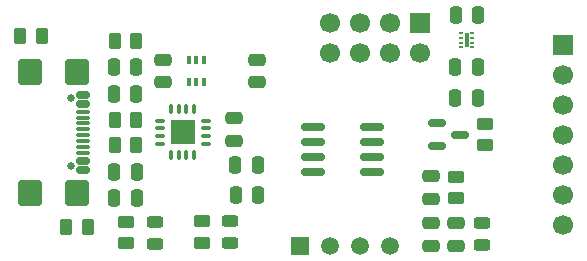
<source format=gbr>
%TF.GenerationSoftware,KiCad,Pcbnew,9.0.2*%
%TF.CreationDate,2025-07-27T21:59:35+02:00*%
%TF.ProjectId,USB-RS485_FT230,5553422d-5253-4343-9835-5f4654323330,rev?*%
%TF.SameCoordinates,Original*%
%TF.FileFunction,Soldermask,Top*%
%TF.FilePolarity,Negative*%
%FSLAX46Y46*%
G04 Gerber Fmt 4.6, Leading zero omitted, Abs format (unit mm)*
G04 Created by KiCad (PCBNEW 9.0.2) date 2025-07-27 21:59:35*
%MOMM*%
%LPD*%
G01*
G04 APERTURE LIST*
G04 Aperture macros list*
%AMRoundRect*
0 Rectangle with rounded corners*
0 $1 Rounding radius*
0 $2 $3 $4 $5 $6 $7 $8 $9 X,Y pos of 4 corners*
0 Add a 4 corners polygon primitive as box body*
4,1,4,$2,$3,$4,$5,$6,$7,$8,$9,$2,$3,0*
0 Add four circle primitives for the rounded corners*
1,1,$1+$1,$2,$3*
1,1,$1+$1,$4,$5*
1,1,$1+$1,$6,$7*
1,1,$1+$1,$8,$9*
0 Add four rect primitives between the rounded corners*
20,1,$1+$1,$2,$3,$4,$5,0*
20,1,$1+$1,$4,$5,$6,$7,0*
20,1,$1+$1,$6,$7,$8,$9,0*
20,1,$1+$1,$8,$9,$2,$3,0*%
G04 Aperture macros list end*
%ADD10RoundRect,0.150000X-0.587500X-0.150000X0.587500X-0.150000X0.587500X0.150000X-0.587500X0.150000X0*%
%ADD11RoundRect,0.250000X0.450000X-0.262500X0.450000X0.262500X-0.450000X0.262500X-0.450000X-0.262500X0*%
%ADD12RoundRect,0.250000X-0.250000X-0.475000X0.250000X-0.475000X0.250000X0.475000X-0.250000X0.475000X0*%
%ADD13RoundRect,0.150000X-0.825000X-0.150000X0.825000X-0.150000X0.825000X0.150000X-0.825000X0.150000X0*%
%ADD14RoundRect,0.250000X0.475000X-0.250000X0.475000X0.250000X-0.475000X0.250000X-0.475000X-0.250000X0*%
%ADD15RoundRect,0.250000X0.262500X0.450000X-0.262500X0.450000X-0.262500X-0.450000X0.262500X-0.450000X0*%
%ADD16RoundRect,0.243750X-0.456250X0.243750X-0.456250X-0.243750X0.456250X-0.243750X0.456250X0.243750X0*%
%ADD17RoundRect,0.250000X0.250000X0.475000X-0.250000X0.475000X-0.250000X-0.475000X0.250000X-0.475000X0*%
%ADD18R,1.700000X1.700000*%
%ADD19C,1.700000*%
%ADD20R,1.500000X1.500000*%
%ADD21C,1.500000*%
%ADD22RoundRect,0.243750X0.456250X-0.243750X0.456250X0.243750X-0.456250X0.243750X-0.456250X-0.243750X0*%
%ADD23RoundRect,0.250000X-0.450000X0.262500X-0.450000X-0.262500X0.450000X-0.262500X0.450000X0.262500X0*%
%ADD24RoundRect,0.250000X-0.262500X-0.450000X0.262500X-0.450000X0.262500X0.450000X-0.262500X0.450000X0*%
%ADD25RoundRect,0.075000X-0.075000X0.350000X-0.075000X-0.350000X0.075000X-0.350000X0.075000X0.350000X0*%
%ADD26RoundRect,0.075000X-0.350000X0.075000X-0.350000X-0.075000X0.350000X-0.075000X0.350000X0.075000X0*%
%ADD27R,2.100000X2.100000*%
%ADD28RoundRect,0.250000X-0.475000X0.250000X-0.475000X-0.250000X0.475000X-0.250000X0.475000X0.250000X0*%
%ADD29RoundRect,0.100000X-0.100000X0.225000X-0.100000X-0.225000X0.100000X-0.225000X0.100000X0.225000X0*%
%ADD30R,0.400000X0.230000*%
%ADD31R,0.300000X1.300000*%
%ADD32C,0.650000*%
%ADD33RoundRect,0.150000X-0.425000X0.150000X-0.425000X-0.150000X0.425000X-0.150000X0.425000X0.150000X0*%
%ADD34RoundRect,0.075000X-0.500000X0.075000X-0.500000X-0.075000X0.500000X-0.075000X0.500000X0.075000X0*%
%ADD35RoundRect,0.250000X-0.750000X0.840000X-0.750000X-0.840000X0.750000X-0.840000X0.750000X0.840000X0*%
G04 APERTURE END LIST*
D10*
%TO.C,D3*%
X162085000Y-92638909D03*
X162085000Y-94538909D03*
X163960000Y-93588909D03*
%TD*%
D11*
%TO.C,R7*%
X166095000Y-94501409D03*
X166095000Y-92676409D03*
%TD*%
D12*
%TO.C,C4*%
X134715000Y-98948909D03*
X136615000Y-98948909D03*
%TD*%
D13*
%TO.C,U3*%
X151570000Y-92943909D03*
X151570000Y-94213909D03*
X151570000Y-95483909D03*
X151570000Y-96753909D03*
X156520000Y-96753909D03*
X156520000Y-95483909D03*
X156520000Y-94213909D03*
X156520000Y-92943909D03*
%TD*%
D14*
%TO.C,C12*%
X161535000Y-99018909D03*
X161535000Y-97118909D03*
%TD*%
D15*
%TO.C,R1*%
X136567500Y-94463909D03*
X134742500Y-94463909D03*
%TD*%
%TO.C,R4*%
X132467500Y-101438909D03*
X130642500Y-101438909D03*
%TD*%
D12*
%TO.C,C9*%
X144975000Y-96148909D03*
X146875000Y-96148909D03*
%TD*%
D16*
%TO.C,D1*%
X144515000Y-100911409D03*
X144515000Y-102786409D03*
%TD*%
D15*
%TO.C,R2*%
X136567500Y-92338909D03*
X134742500Y-92338909D03*
%TD*%
D17*
%TO.C,C15*%
X165525000Y-83448909D03*
X163625000Y-83448909D03*
%TD*%
D18*
%TO.C,J3*%
X172705000Y-85985909D03*
D19*
X172705000Y-88525909D03*
X172705000Y-91065909D03*
X172705000Y-93605909D03*
X172705000Y-96145909D03*
X172705000Y-98685909D03*
X172705000Y-101225909D03*
%TD*%
D17*
%TO.C,C1*%
X136595000Y-90108909D03*
X134695000Y-90108909D03*
%TD*%
D14*
%TO.C,C5*%
X138885000Y-89158909D03*
X138885000Y-87258909D03*
%TD*%
D20*
%TO.C,U4*%
X150445000Y-103008909D03*
D21*
X152985000Y-103008909D03*
X155525000Y-103008909D03*
X158065000Y-103008909D03*
%TD*%
D22*
%TO.C,D4*%
X165885000Y-102966409D03*
X165885000Y-101091409D03*
%TD*%
D12*
%TO.C,C7*%
X144995000Y-98658909D03*
X146895000Y-98658909D03*
%TD*%
D23*
%TO.C,R6*%
X135755000Y-100966409D03*
X135755000Y-102791409D03*
%TD*%
D24*
%TO.C,R3*%
X126742500Y-85198909D03*
X128567500Y-85198909D03*
%TD*%
D17*
%TO.C,C3*%
X136615000Y-96748909D03*
X134715000Y-96748909D03*
%TD*%
D14*
%TO.C,C14*%
X161505000Y-103008909D03*
X161505000Y-101108909D03*
%TD*%
D25*
%TO.C,U1*%
X141480000Y-91438909D03*
X140830000Y-91438909D03*
X140180000Y-91438909D03*
X139530000Y-91438909D03*
D26*
X138555000Y-92413909D03*
X138555000Y-93063909D03*
X138555000Y-93713909D03*
X138555000Y-94363909D03*
D25*
X139530000Y-95338909D03*
X140180000Y-95338909D03*
X140830000Y-95338909D03*
X141480000Y-95338909D03*
D26*
X142455000Y-94363909D03*
X142455000Y-93713909D03*
X142455000Y-93063909D03*
X142455000Y-92413909D03*
D27*
X140505000Y-93388909D03*
%TD*%
D28*
%TO.C,C8*%
X146785000Y-87258909D03*
X146785000Y-89158909D03*
%TD*%
D17*
%TO.C,C16*%
X165495000Y-87868909D03*
X163595000Y-87868909D03*
%TD*%
D28*
%TO.C,C6*%
X144885000Y-92198909D03*
X144885000Y-94098909D03*
%TD*%
D29*
%TO.C,U2*%
X142315000Y-87238909D03*
X141665000Y-87238909D03*
X141015000Y-87238909D03*
X141015000Y-89138909D03*
X141665000Y-89138909D03*
X142315000Y-89138909D03*
%TD*%
D23*
%TO.C,R8*%
X163655000Y-97136409D03*
X163655000Y-98961409D03*
%TD*%
D12*
%TO.C,C11*%
X163610000Y-90512095D03*
X165510000Y-90512095D03*
%TD*%
D18*
%TO.C,J2*%
X160605000Y-84128909D03*
D19*
X160605000Y-86668909D03*
X158065000Y-84128909D03*
X158065000Y-86668909D03*
X155525000Y-84128909D03*
X155525000Y-86668909D03*
X152985000Y-84128909D03*
X152985000Y-86668909D03*
%TD*%
D14*
%TO.C,C13*%
X163685000Y-102998909D03*
X163685000Y-101098909D03*
%TD*%
D12*
%TO.C,C2*%
X134695000Y-87888909D03*
X136595000Y-87888909D03*
%TD*%
D30*
%TO.C,U6*%
X164045000Y-84993909D03*
X164045000Y-85393909D03*
X164045000Y-85793909D03*
X164045000Y-86193909D03*
X165045000Y-86193909D03*
X165045000Y-85793909D03*
X165045000Y-85393909D03*
X165045000Y-84993909D03*
D31*
X164545000Y-85593909D03*
%TD*%
D15*
%TO.C,R9*%
X136567500Y-85668909D03*
X134742500Y-85668909D03*
%TD*%
D32*
%TO.C,J1*%
X131035000Y-90498909D03*
X131035000Y-96278909D03*
D33*
X132110000Y-90188909D03*
X132110000Y-90988909D03*
D34*
X132110000Y-92138909D03*
X132110000Y-93138909D03*
X132110000Y-93638909D03*
X132110000Y-94638909D03*
D33*
X132110000Y-95788909D03*
X132110000Y-96588909D03*
X132110000Y-96588909D03*
X132110000Y-95788909D03*
D34*
X132110000Y-95138909D03*
X132110000Y-94138909D03*
X132110000Y-92638909D03*
X132110000Y-91638909D03*
D33*
X132110000Y-90988909D03*
X132110000Y-90188909D03*
D35*
X131535000Y-88278909D03*
X127605000Y-88278909D03*
X131535000Y-98498909D03*
X127605000Y-98498909D03*
%TD*%
D16*
%TO.C,D2*%
X138145000Y-100941409D03*
X138145000Y-102816409D03*
%TD*%
D23*
%TO.C,R5*%
X142155000Y-100926409D03*
X142155000Y-102751409D03*
%TD*%
M02*

</source>
